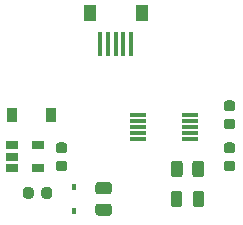
<source format=gbr>
%TF.GenerationSoftware,KiCad,Pcbnew,(5.1.9)-1*%
%TF.CreationDate,2022-01-17T18:13:00-05:00*%
%TF.ProjectId,USBUPDI,55534255-5044-4492-9e6b-696361645f70,rev?*%
%TF.SameCoordinates,Original*%
%TF.FileFunction,Paste,Top*%
%TF.FilePolarity,Positive*%
%FSLAX46Y46*%
G04 Gerber Fmt 4.6, Leading zero omitted, Abs format (unit mm)*
G04 Created by KiCad (PCBNEW (5.1.9)-1) date 2022-01-17 18:13:00*
%MOMM*%
%LPD*%
G01*
G04 APERTURE LIST*
%ADD10R,1.400000X0.300000*%
%ADD11R,1.060000X0.650000*%
%ADD12R,1.100000X1.350000*%
%ADD13R,0.400000X2.000000*%
%ADD14R,0.900000X1.200000*%
%ADD15R,0.450000X0.600000*%
G04 APERTURE END LIST*
D10*
%TO.C,U2*%
X182794000Y-138700000D03*
X182794000Y-139200000D03*
X182794000Y-139700000D03*
X182794000Y-140200000D03*
X182794000Y-140700000D03*
X178394000Y-140700000D03*
X178394000Y-140200000D03*
X178394000Y-139700000D03*
X178394000Y-139200000D03*
X178394000Y-138700000D03*
%TD*%
D11*
%TO.C,U1*%
X169970000Y-141266000D03*
X169970000Y-143166000D03*
X167770000Y-143166000D03*
X167770000Y-142216000D03*
X167770000Y-141266000D03*
%TD*%
%TO.C,R2*%
G36*
G01*
X175063999Y-146196000D02*
X175964001Y-146196000D01*
G75*
G02*
X176214000Y-146445999I0J-249999D01*
G01*
X176214000Y-146971001D01*
G75*
G02*
X175964001Y-147221000I-249999J0D01*
G01*
X175063999Y-147221000D01*
G75*
G02*
X174814000Y-146971001I0J249999D01*
G01*
X174814000Y-146445999D01*
G75*
G02*
X175063999Y-146196000I249999J0D01*
G01*
G37*
G36*
G01*
X175063999Y-144371000D02*
X175964001Y-144371000D01*
G75*
G02*
X176214000Y-144620999I0J-249999D01*
G01*
X176214000Y-145146001D01*
G75*
G02*
X175964001Y-145396000I-249999J0D01*
G01*
X175063999Y-145396000D01*
G75*
G02*
X174814000Y-145146001I0J249999D01*
G01*
X174814000Y-144620999D01*
G75*
G02*
X175063999Y-144371000I249999J0D01*
G01*
G37*
%TD*%
%TO.C,R1*%
G36*
G01*
X183026000Y-143706001D02*
X183026000Y-142805999D01*
G75*
G02*
X183275999Y-142556000I249999J0D01*
G01*
X183801001Y-142556000D01*
G75*
G02*
X184051000Y-142805999I0J-249999D01*
G01*
X184051000Y-143706001D01*
G75*
G02*
X183801001Y-143956000I-249999J0D01*
G01*
X183275999Y-143956000D01*
G75*
G02*
X183026000Y-143706001I0J249999D01*
G01*
G37*
G36*
G01*
X181201000Y-143706001D02*
X181201000Y-142805999D01*
G75*
G02*
X181450999Y-142556000I249999J0D01*
G01*
X181976001Y-142556000D01*
G75*
G02*
X182226000Y-142805999I0J-249999D01*
G01*
X182226000Y-143706001D01*
G75*
G02*
X181976001Y-143956000I-249999J0D01*
G01*
X181450999Y-143956000D01*
G75*
G02*
X181201000Y-143706001I0J249999D01*
G01*
G37*
%TD*%
D12*
%TO.C,J1*%
X174330000Y-130048000D03*
X178730000Y-130048000D03*
D13*
X177830000Y-132648000D03*
X177180000Y-132648000D03*
X176530000Y-132648000D03*
X175880000Y-132648000D03*
X175230000Y-132648000D03*
%TD*%
D14*
%TO.C,D3*%
X171068000Y-138684000D03*
X167768000Y-138684000D03*
%TD*%
D15*
%TO.C,D2*%
X172974000Y-146846000D03*
X172974000Y-144746000D03*
%TD*%
%TO.C,D1*%
G36*
G01*
X183076000Y-146252250D02*
X183076000Y-145339750D01*
G75*
G02*
X183319750Y-145096000I243750J0D01*
G01*
X183807250Y-145096000D01*
G75*
G02*
X184051000Y-145339750I0J-243750D01*
G01*
X184051000Y-146252250D01*
G75*
G02*
X183807250Y-146496000I-243750J0D01*
G01*
X183319750Y-146496000D01*
G75*
G02*
X183076000Y-146252250I0J243750D01*
G01*
G37*
G36*
G01*
X181201000Y-146252250D02*
X181201000Y-145339750D01*
G75*
G02*
X181444750Y-145096000I243750J0D01*
G01*
X181932250Y-145096000D01*
G75*
G02*
X182176000Y-145339750I0J-243750D01*
G01*
X182176000Y-146252250D01*
G75*
G02*
X181932250Y-146496000I-243750J0D01*
G01*
X181444750Y-146496000D01*
G75*
G02*
X181201000Y-146252250I0J243750D01*
G01*
G37*
%TD*%
%TO.C,C4*%
G36*
G01*
X185932000Y-142565000D02*
X186432000Y-142565000D01*
G75*
G02*
X186657000Y-142790000I0J-225000D01*
G01*
X186657000Y-143240000D01*
G75*
G02*
X186432000Y-143465000I-225000J0D01*
G01*
X185932000Y-143465000D01*
G75*
G02*
X185707000Y-143240000I0J225000D01*
G01*
X185707000Y-142790000D01*
G75*
G02*
X185932000Y-142565000I225000J0D01*
G01*
G37*
G36*
G01*
X185932000Y-141015000D02*
X186432000Y-141015000D01*
G75*
G02*
X186657000Y-141240000I0J-225000D01*
G01*
X186657000Y-141690000D01*
G75*
G02*
X186432000Y-141915000I-225000J0D01*
G01*
X185932000Y-141915000D01*
G75*
G02*
X185707000Y-141690000I0J225000D01*
G01*
X185707000Y-141240000D01*
G75*
G02*
X185932000Y-141015000I225000J0D01*
G01*
G37*
%TD*%
%TO.C,C3*%
G36*
G01*
X185932000Y-139009000D02*
X186432000Y-139009000D01*
G75*
G02*
X186657000Y-139234000I0J-225000D01*
G01*
X186657000Y-139684000D01*
G75*
G02*
X186432000Y-139909000I-225000J0D01*
G01*
X185932000Y-139909000D01*
G75*
G02*
X185707000Y-139684000I0J225000D01*
G01*
X185707000Y-139234000D01*
G75*
G02*
X185932000Y-139009000I225000J0D01*
G01*
G37*
G36*
G01*
X185932000Y-137459000D02*
X186432000Y-137459000D01*
G75*
G02*
X186657000Y-137684000I0J-225000D01*
G01*
X186657000Y-138134000D01*
G75*
G02*
X186432000Y-138359000I-225000J0D01*
G01*
X185932000Y-138359000D01*
G75*
G02*
X185707000Y-138134000I0J225000D01*
G01*
X185707000Y-137684000D01*
G75*
G02*
X185932000Y-137459000I225000J0D01*
G01*
G37*
%TD*%
%TO.C,C2*%
G36*
G01*
X171708000Y-141015000D02*
X172208000Y-141015000D01*
G75*
G02*
X172433000Y-141240000I0J-225000D01*
G01*
X172433000Y-141690000D01*
G75*
G02*
X172208000Y-141915000I-225000J0D01*
G01*
X171708000Y-141915000D01*
G75*
G02*
X171483000Y-141690000I0J225000D01*
G01*
X171483000Y-141240000D01*
G75*
G02*
X171708000Y-141015000I225000J0D01*
G01*
G37*
G36*
G01*
X171708000Y-142565000D02*
X172208000Y-142565000D01*
G75*
G02*
X172433000Y-142790000I0J-225000D01*
G01*
X172433000Y-143240000D01*
G75*
G02*
X172208000Y-143465000I-225000J0D01*
G01*
X171708000Y-143465000D01*
G75*
G02*
X171483000Y-143240000I0J225000D01*
G01*
X171483000Y-142790000D01*
G75*
G02*
X171708000Y-142565000I225000J0D01*
G01*
G37*
%TD*%
%TO.C,C1*%
G36*
G01*
X170251000Y-145538000D02*
X170251000Y-145038000D01*
G75*
G02*
X170476000Y-144813000I225000J0D01*
G01*
X170926000Y-144813000D01*
G75*
G02*
X171151000Y-145038000I0J-225000D01*
G01*
X171151000Y-145538000D01*
G75*
G02*
X170926000Y-145763000I-225000J0D01*
G01*
X170476000Y-145763000D01*
G75*
G02*
X170251000Y-145538000I0J225000D01*
G01*
G37*
G36*
G01*
X168701000Y-145538000D02*
X168701000Y-145038000D01*
G75*
G02*
X168926000Y-144813000I225000J0D01*
G01*
X169376000Y-144813000D01*
G75*
G02*
X169601000Y-145038000I0J-225000D01*
G01*
X169601000Y-145538000D01*
G75*
G02*
X169376000Y-145763000I-225000J0D01*
G01*
X168926000Y-145763000D01*
G75*
G02*
X168701000Y-145538000I0J225000D01*
G01*
G37*
%TD*%
M02*

</source>
